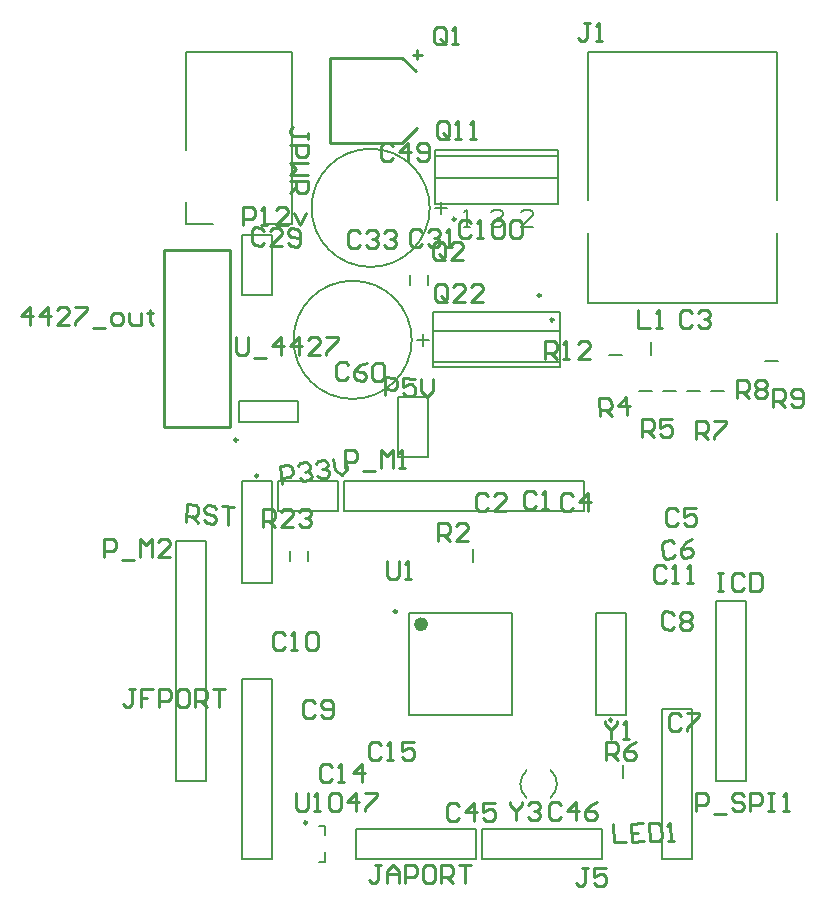
<source format=gto>
%FSLAX23Y23*%
%MOIN*%
G70*
G01*
G75*
%ADD10R,0.118X0.276*%
%ADD11R,0.067X0.043*%
%ADD12R,0.039X0.051*%
%ADD13R,0.055X0.043*%
%ADD14O,0.061X0.010*%
%ADD15O,0.010X0.061*%
%ADD16R,0.043X0.055*%
%ADD17R,0.051X0.039*%
%ADD18R,0.413X0.331*%
%ADD19R,0.041X0.130*%
%ADD20R,0.041X0.150*%
%ADD21R,0.421X0.331*%
%ADD22R,0.059X0.024*%
%ADD23O,0.024X0.087*%
%ADD24C,0.020*%
%ADD25C,0.010*%
%ADD26C,0.012*%
%ADD27R,0.059X0.059*%
%ADD28C,0.059*%
%ADD29C,0.150*%
%ADD30R,0.150X0.150*%
%ADD31R,0.059X0.059*%
%ADD32C,0.051*%
%ADD33C,0.073*%
%ADD34R,0.073X0.073*%
%ADD35C,0.059*%
%ADD36O,0.079X0.157*%
%ADD37O,0.157X0.079*%
%ADD38O,0.177X0.079*%
%ADD39C,0.064*%
%ADD40C,0.130*%
%ADD41C,0.088*%
%ADD42C,0.060*%
%ADD43C,0.071*%
%ADD44R,0.071X0.071*%
%ADD45C,0.067*%
%ADD46R,0.067X0.067*%
%ADD47C,0.050*%
%ADD48C,0.008*%
%ADD49C,0.010*%
%ADD50C,0.024*%
%ADD51C,0.006*%
D25*
X2070Y2590D02*
Y3180D01*
X2290Y2590D02*
Y3180D01*
X2070Y2590D02*
X2290D01*
X2070Y3180D02*
X2290D01*
X2725Y3535D02*
X2795D01*
X2865D02*
X2915Y3585D01*
X2795Y3535D02*
X2865D01*
X2900Y3830D02*
X2930D01*
X2915Y3815D02*
Y3845D01*
X2625Y3820D02*
X2865D01*
X2910Y3775D01*
X2625Y3535D02*
X2725D01*
X2625D02*
Y3820D01*
X2336Y3263D02*
Y3323D01*
X2366D01*
X2376Y3313D01*
Y3293D01*
X2366Y3283D01*
X2336D01*
X2396Y3263D02*
X2416D01*
X2406D01*
Y3323D01*
X2396Y3313D01*
X2486Y3263D02*
X2446D01*
X2486Y3303D01*
Y3313D01*
X2476Y3323D01*
X2456D01*
X2446Y3313D01*
X2506Y3303D02*
X2526Y3263D01*
X2546Y3303D01*
X2931Y3241D02*
X2921Y3251D01*
X2901D01*
X2891Y3241D01*
Y3201D01*
X2901Y3191D01*
X2921D01*
X2931Y3201D01*
X2951Y3241D02*
X2961Y3251D01*
X2981D01*
X2991Y3241D01*
Y3231D01*
X2981Y3221D01*
X2971D01*
X2981D01*
X2991Y3211D01*
Y3201D01*
X2981Y3191D01*
X2961D01*
X2951Y3201D01*
X3011Y3191D02*
X3031D01*
X3021D01*
Y3251D01*
X3011Y3241D01*
X3845Y1310D02*
Y1370D01*
X3875D01*
X3885Y1360D01*
Y1340D01*
X3875Y1330D01*
X3845D01*
X3905Y1300D02*
X3945D01*
X4005Y1360D02*
X3995Y1370D01*
X3975D01*
X3965Y1360D01*
Y1350D01*
X3975Y1340D01*
X3995D01*
X4005Y1330D01*
Y1320D01*
X3995Y1310D01*
X3975D01*
X3965Y1320D01*
X4025Y1310D02*
Y1370D01*
X4055D01*
X4065Y1360D01*
Y1340D01*
X4055Y1330D01*
X4025D01*
X4085Y1370D02*
X4105D01*
X4095D01*
Y1310D01*
X4085D01*
X4105D01*
X4135D02*
X4155D01*
X4145D01*
Y1370D01*
X4135Y1360D01*
X3546Y1479D02*
Y1539D01*
X3576D01*
X3586Y1529D01*
Y1509D01*
X3576Y1499D01*
X3546D01*
X3566D02*
X3586Y1479D01*
X3645Y1539D02*
X3626Y1529D01*
X3606Y1509D01*
Y1489D01*
X3616Y1479D01*
X3636D01*
X3645Y1489D01*
Y1499D01*
X3636Y1509D01*
X3606D01*
X3569Y1265D02*
X3570Y1205D01*
X3610Y1206D01*
X3669Y1268D02*
X3629Y1267D01*
X3630Y1207D01*
X3670Y1208D01*
X3630Y1237D02*
X3650Y1237D01*
X3689Y1268D02*
X3690Y1209D01*
X3720Y1209D01*
X3730Y1220D01*
X3729Y1260D01*
X3719Y1269D01*
X3689Y1268D01*
X3750Y1210D02*
X3770Y1211D01*
X3760Y1211D01*
X3759Y1271D01*
X3749Y1260D01*
X2816Y2144D02*
Y2094D01*
X2826Y2084D01*
X2846D01*
X2856Y2094D01*
Y2144D01*
X2876Y2084D02*
X2896D01*
X2886D01*
Y2144D01*
X2876Y2134D01*
X3312Y2367D02*
X3302Y2377D01*
X3282D01*
X3272Y2367D01*
Y2327D01*
X3282Y2317D01*
X3302D01*
X3312Y2327D01*
X3332Y2317D02*
X3352D01*
X3342D01*
Y2377D01*
X3332Y2367D01*
X3150Y2360D02*
X3140Y2370D01*
X3120D01*
X3110Y2360D01*
Y2320D01*
X3120Y2310D01*
X3140D01*
X3150Y2320D01*
X3210Y2310D02*
X3170D01*
X3210Y2350D01*
Y2360D01*
X3200Y2370D01*
X3180D01*
X3170Y2360D01*
X3830Y2970D02*
X3820Y2980D01*
X3800D01*
X3790Y2970D01*
Y2930D01*
X3800Y2920D01*
X3820D01*
X3830Y2930D01*
X3850Y2970D02*
X3860Y2980D01*
X3880D01*
X3890Y2970D01*
Y2960D01*
X3880Y2950D01*
X3870D01*
X3880D01*
X3890Y2940D01*
Y2930D01*
X3880Y2920D01*
X3860D01*
X3850Y2930D01*
X3435Y2360D02*
X3425Y2370D01*
X3405D01*
X3395Y2360D01*
Y2320D01*
X3405Y2310D01*
X3425D01*
X3435Y2320D01*
X3485Y2310D02*
Y2370D01*
X3455Y2340D01*
X3495D01*
X3785Y2310D02*
X3775Y2320D01*
X3755D01*
X3745Y2310D01*
Y2270D01*
X3755Y2260D01*
X3775D01*
X3785Y2270D01*
X3845Y2320D02*
X3805D01*
Y2290D01*
X3825Y2300D01*
X3835D01*
X3845Y2290D01*
Y2270D01*
X3835Y2260D01*
X3815D01*
X3805Y2270D01*
X3772Y2202D02*
X3761Y2212D01*
X3741Y2210D01*
X3732Y2200D01*
X3734Y2160D01*
X3745Y2151D01*
X3765Y2152D01*
X3774Y2162D01*
X3831Y2216D02*
X3812Y2205D01*
X3793Y2184D01*
X3794Y2164D01*
X3805Y2154D01*
X3825Y2156D01*
X3834Y2166D01*
X3834Y2176D01*
X3823Y2186D01*
X3793Y2184D01*
X3795Y1625D02*
X3785Y1635D01*
X3765D01*
X3755Y1625D01*
Y1585D01*
X3765Y1575D01*
X3785D01*
X3795Y1585D01*
X3815Y1635D02*
X3855D01*
Y1625D01*
X3815Y1585D01*
Y1575D01*
X3771Y1964D02*
X3762Y1974D01*
X3742Y1975D01*
X3731Y1965D01*
X3730Y1925D01*
X3740Y1915D01*
X3760Y1914D01*
X3770Y1924D01*
X3791Y1963D02*
X3801Y1973D01*
X3821Y1973D01*
X3831Y1962D01*
X3831Y1952D01*
X3821Y1943D01*
X3830Y1932D01*
X3830Y1922D01*
X3820Y1913D01*
X3800Y1913D01*
X3790Y1923D01*
X3790Y1933D01*
X3801Y1943D01*
X3791Y1953D01*
X3791Y1963D01*
X3801Y1943D02*
X3821Y1943D01*
X2575Y1670D02*
X2565Y1680D01*
X2545D01*
X2535Y1670D01*
Y1630D01*
X2545Y1620D01*
X2565D01*
X2575Y1630D01*
X2595D02*
X2605Y1620D01*
X2625D01*
X2635Y1630D01*
Y1670D01*
X2625Y1680D01*
X2605D01*
X2595Y1670D01*
Y1660D01*
X2605Y1650D01*
X2635D01*
X2475Y1895D02*
X2465Y1905D01*
X2445D01*
X2435Y1895D01*
Y1855D01*
X2445Y1845D01*
X2465D01*
X2475Y1855D01*
X2495Y1845D02*
X2515D01*
X2505D01*
Y1905D01*
X2495Y1895D01*
X2545D02*
X2555Y1905D01*
X2575D01*
X2585Y1895D01*
Y1855D01*
X2575Y1845D01*
X2555D01*
X2545Y1855D01*
Y1895D01*
X3745Y2120D02*
X3735Y2130D01*
X3715D01*
X3705Y2120D01*
Y2080D01*
X3715Y2070D01*
X3735D01*
X3745Y2080D01*
X3765Y2070D02*
X3785D01*
X3775D01*
Y2130D01*
X3765Y2120D01*
X3815Y2070D02*
X3835D01*
X3825D01*
Y2130D01*
X3815Y2120D01*
X2630Y1455D02*
X2620Y1465D01*
X2600D01*
X2590Y1455D01*
Y1415D01*
X2600Y1405D01*
X2620D01*
X2630Y1415D01*
X2650Y1405D02*
X2670D01*
X2660D01*
Y1465D01*
X2650Y1455D01*
X2730Y1405D02*
Y1465D01*
X2700Y1435D01*
X2740D01*
X2795Y1530D02*
X2785Y1540D01*
X2765D01*
X2755Y1530D01*
Y1490D01*
X2765Y1480D01*
X2785D01*
X2795Y1490D01*
X2815Y1480D02*
X2835D01*
X2825D01*
Y1540D01*
X2815Y1530D01*
X2905Y1540D02*
X2865D01*
Y1510D01*
X2885Y1520D01*
X2895D01*
X2905Y1510D01*
Y1490D01*
X2895Y1480D01*
X2875D01*
X2865Y1490D01*
X2406Y3244D02*
X2396Y3254D01*
X2376Y3255D01*
X2366Y3245D01*
X2365Y3205D01*
X2375Y3195D01*
X2395Y3194D01*
X2405Y3204D01*
X2465Y3193D02*
X2425Y3194D01*
X2466Y3232D01*
X2466Y3242D01*
X2456Y3253D01*
X2436Y3253D01*
X2426Y3243D01*
X2485Y3202D02*
X2495Y3192D01*
X2515Y3191D01*
X2525Y3201D01*
X2526Y3241D01*
X2516Y3251D01*
X2496Y3252D01*
X2486Y3242D01*
X2486Y3232D01*
X2496Y3222D01*
X2526Y3221D01*
X2724Y3236D02*
X2714Y3246D01*
X2694Y3246D01*
X2684Y3236D01*
X2684Y3196D01*
X2694Y3186D01*
X2714Y3186D01*
X2724Y3196D01*
X2744Y3236D02*
X2754Y3246D01*
X2774Y3246D01*
X2784Y3236D01*
X2784Y3226D01*
X2774Y3216D01*
X2764Y3216D01*
X2774Y3216D01*
X2784Y3206D01*
X2784Y3196D01*
X2774Y3186D01*
X2754Y3186D01*
X2744Y3196D01*
X2804Y3235D02*
X2814Y3245D01*
X2834Y3245D01*
X2844Y3235D01*
X2844Y3225D01*
X2834Y3215D01*
X2824Y3215D01*
X2834Y3215D01*
X2844Y3205D01*
X2844Y3195D01*
X2834Y3185D01*
X2814Y3185D01*
X2804Y3195D01*
X3917Y2103D02*
X3936D01*
X3926D01*
Y2043D01*
X3917D01*
X3936D01*
X4006Y2093D02*
X3996Y2103D01*
X3976D01*
X3966Y2093D01*
Y2053D01*
X3976Y2043D01*
X3996D01*
X4006Y2053D01*
X4026Y2103D02*
Y2043D01*
X4056D01*
X4066Y2053D01*
Y2093D01*
X4056Y2103D01*
X4026D01*
X3492Y3935D02*
X3472D01*
X3482D01*
Y3885D01*
X3472Y3875D01*
X3462D01*
X3452Y3885D01*
X3512Y3875D02*
X3532D01*
X3522D01*
Y3935D01*
X3512Y3925D01*
X3650Y2980D02*
Y2920D01*
X3690D01*
X3710D02*
X3730D01*
X3720D01*
Y2980D01*
X3710Y2970D01*
X2985Y2210D02*
Y2270D01*
X3015D01*
X3025Y2260D01*
Y2240D01*
X3015Y2230D01*
X2985D01*
X3005D02*
X3025Y2210D01*
X3085D02*
X3045D01*
X3085Y2250D01*
Y2260D01*
X3075Y2270D01*
X3055D01*
X3045Y2260D01*
X3525Y2625D02*
X3521Y2685D01*
X3551Y2687D01*
X3562Y2677D01*
X3563Y2657D01*
X3554Y2647D01*
X3524Y2645D01*
X3544Y2646D02*
X3565Y2627D01*
X3615Y2630D02*
X3611Y2690D01*
X3583Y2658D01*
X3623Y2661D01*
X3665Y2555D02*
Y2615D01*
X3695D01*
X3705Y2605D01*
Y2585D01*
X3695Y2575D01*
X3665D01*
X3685D02*
X3705Y2555D01*
X3765Y2615D02*
X3725D01*
Y2585D01*
X3745Y2595D01*
X3755D01*
X3765Y2585D01*
Y2565D01*
X3755Y2555D01*
X3735D01*
X3725Y2565D01*
X3845Y2550D02*
Y2610D01*
X3875D01*
X3885Y2600D01*
Y2580D01*
X3875Y2570D01*
X3845D01*
X3865D02*
X3885Y2550D01*
X3905Y2610D02*
X3945D01*
Y2600D01*
X3905Y2560D01*
Y2550D01*
X3980Y2685D02*
Y2745D01*
X4010D01*
X4020Y2735D01*
Y2715D01*
X4010Y2705D01*
X3980D01*
X4000D02*
X4020Y2685D01*
X4040Y2735D02*
X4050Y2745D01*
X4070D01*
X4080Y2735D01*
Y2725D01*
X4070Y2715D01*
X4080Y2705D01*
Y2695D01*
X4070Y2685D01*
X4050D01*
X4040Y2695D01*
Y2705D01*
X4050Y2715D01*
X4040Y2725D01*
Y2735D01*
X4050Y2715D02*
X4070D01*
X4100Y2655D02*
Y2715D01*
X4130D01*
X4140Y2705D01*
Y2685D01*
X4130Y2675D01*
X4100D01*
X4120D02*
X4140Y2655D01*
X4160Y2665D02*
X4170Y2655D01*
X4190D01*
X4200Y2665D01*
Y2705D01*
X4190Y2715D01*
X4170D01*
X4160Y2705D01*
Y2695D01*
X4170Y2685D01*
X4200D01*
X3340Y2815D02*
Y2875D01*
X3370D01*
X3380Y2865D01*
Y2845D01*
X3370Y2835D01*
X3340D01*
X3360D02*
X3380Y2815D01*
X3400D02*
X3420D01*
X3410D01*
Y2875D01*
X3400Y2865D01*
X3490Y2815D02*
X3450D01*
X3490Y2855D01*
Y2865D01*
X3480Y2875D01*
X3460D01*
X3450Y2865D01*
X2400Y2255D02*
Y2315D01*
X2430D01*
X2440Y2305D01*
Y2285D01*
X2430Y2275D01*
X2400D01*
X2420D02*
X2440Y2255D01*
X2500D02*
X2460D01*
X2500Y2295D01*
Y2305D01*
X2490Y2315D01*
X2470D01*
X2460Y2305D01*
X2520D02*
X2530Y2315D01*
X2550D01*
X2560Y2305D01*
Y2295D01*
X2550Y2285D01*
X2540D01*
X2550D01*
X2560Y2275D01*
Y2265D01*
X2550Y2255D01*
X2530D01*
X2520Y2265D01*
X3540Y1610D02*
Y1600D01*
X3560Y1580D01*
X3580Y1600D01*
Y1610D01*
X3560Y1580D02*
Y1550D01*
X3600D02*
X3620D01*
X3610D01*
Y1610D01*
X3600Y1600D01*
X3055Y1325D02*
X3045Y1335D01*
X3025D01*
X3015Y1325D01*
Y1285D01*
X3025Y1275D01*
X3045D01*
X3055Y1285D01*
X3105Y1275D02*
Y1335D01*
X3075Y1305D01*
X3115D01*
X3175Y1335D02*
X3135D01*
Y1305D01*
X3155Y1315D01*
X3165D01*
X3175Y1305D01*
Y1285D01*
X3165Y1275D01*
X3145D01*
X3135Y1285D01*
X3395Y1330D02*
X3385Y1340D01*
X3365D01*
X3355Y1330D01*
Y1290D01*
X3365Y1280D01*
X3385D01*
X3395Y1290D01*
X3445Y1280D02*
Y1340D01*
X3415Y1310D01*
X3455D01*
X3515Y1340D02*
X3495Y1330D01*
X3475Y1310D01*
Y1290D01*
X3485Y1280D01*
X3505D01*
X3515Y1290D01*
Y1300D01*
X3505Y1310D01*
X3475D01*
X3225Y1340D02*
Y1330D01*
X3245Y1310D01*
X3265Y1330D01*
Y1340D01*
X3245Y1310D02*
Y1280D01*
X3285Y1330D02*
X3295Y1340D01*
X3315D01*
X3325Y1330D01*
Y1320D01*
X3315Y1310D01*
X3305D01*
X3315D01*
X3325Y1300D01*
Y1290D01*
X3315Y1280D01*
X3295D01*
X3285Y1290D01*
X2676Y2454D02*
Y2514D01*
X2706D01*
X2716Y2504D01*
Y2484D01*
X2706Y2474D01*
X2676D01*
X2736Y2444D02*
X2776D01*
X2796Y2454D02*
Y2514D01*
X2816Y2494D01*
X2836Y2514D01*
Y2454D01*
X2856D02*
X2876D01*
X2866D01*
Y2514D01*
X2856Y2504D01*
X1870Y2155D02*
Y2215D01*
X1900D01*
X1910Y2205D01*
Y2185D01*
X1900Y2175D01*
X1870D01*
X1930Y2145D02*
X1970D01*
X1990Y2155D02*
Y2215D01*
X2010Y2195D01*
X2030Y2215D01*
Y2155D01*
X2090D02*
X2050D01*
X2090Y2195D01*
Y2205D01*
X2080Y2215D01*
X2060D01*
X2050Y2205D01*
X3485Y1120D02*
X3465D01*
X3475D01*
Y1070D01*
X3465Y1060D01*
X3455D01*
X3445Y1070D01*
X3545Y1120D02*
X3505D01*
Y1090D01*
X3525Y1100D01*
X3535D01*
X3545Y1090D01*
Y1070D01*
X3535Y1060D01*
X3515D01*
X3505Y1070D01*
X2550Y3550D02*
Y3570D01*
Y3560D01*
X2500D01*
X2490Y3570D01*
Y3580D01*
X2500Y3590D01*
X2490Y3530D02*
X2550D01*
Y3500D01*
X2540Y3490D01*
X2520D01*
X2510Y3500D01*
Y3530D01*
X2550Y3470D02*
X2490D01*
X2510Y3450D01*
X2490Y3430D01*
X2550D01*
X2490Y3410D02*
X2550D01*
Y3380D01*
X2540Y3370D01*
X2520D01*
X2510Y3380D01*
Y3410D01*
Y3390D02*
X2490Y3370D01*
X2686Y2796D02*
X2677Y2806D01*
X2657Y2807D01*
X2646Y2797D01*
X2645Y2757D01*
X2655Y2747D01*
X2675Y2746D01*
X2685Y2756D01*
X2747Y2804D02*
X2726Y2795D01*
X2706Y2775D01*
X2705Y2755D01*
X2715Y2745D01*
X2735Y2744D01*
X2745Y2754D01*
X2746Y2764D01*
X2736Y2774D01*
X2706Y2775D01*
X2766Y2793D02*
X2777Y2803D01*
X2797Y2802D01*
X2806Y2792D01*
X2805Y2752D01*
X2795Y2743D01*
X2775Y2743D01*
X2765Y2753D01*
X2766Y2793D01*
X3093Y3269D02*
X3083Y3279D01*
X3063D01*
X3053Y3269D01*
Y3229D01*
X3063Y3219D01*
X3083D01*
X3093Y3229D01*
X3113Y3219D02*
X3133D01*
X3123D01*
Y3279D01*
X3113Y3269D01*
X3163D02*
X3173Y3279D01*
X3193D01*
X3203Y3269D01*
Y3229D01*
X3193Y3219D01*
X3173D01*
X3163Y3229D01*
Y3269D01*
X3223D02*
X3233Y3279D01*
X3253D01*
X3263Y3269D01*
Y3229D01*
X3253Y3219D01*
X3233D01*
X3223Y3229D01*
Y3269D01*
X2143Y2273D02*
X2147Y2333D01*
X2177Y2331D01*
X2186Y2320D01*
X2185Y2300D01*
X2174Y2291D01*
X2144Y2293D01*
X2164Y2292D02*
X2183Y2271D01*
X2246Y2317D02*
X2237Y2327D01*
X2217Y2328D01*
X2206Y2319D01*
X2205Y2309D01*
X2215Y2299D01*
X2235Y2297D01*
X2244Y2287D01*
X2243Y2277D01*
X2233Y2267D01*
X2213Y2269D01*
X2203Y2279D01*
X2266Y2325D02*
X2306Y2323D01*
X2286Y2324D01*
X2283Y2264D01*
X2795Y1130D02*
X2775D01*
X2785D01*
Y1080D01*
X2775Y1070D01*
X2765D01*
X2755Y1080D01*
X2815Y1070D02*
Y1110D01*
X2835Y1130D01*
X2855Y1110D01*
Y1070D01*
Y1100D01*
X2815D01*
X2875Y1070D02*
Y1130D01*
X2905D01*
X2915Y1120D01*
Y1100D01*
X2905Y1090D01*
X2875D01*
X2965Y1130D02*
X2945D01*
X2935Y1120D01*
Y1080D01*
X2945Y1070D01*
X2965D01*
X2975Y1080D01*
Y1120D01*
X2965Y1130D01*
X2995Y1070D02*
Y1130D01*
X3025D01*
X3035Y1120D01*
Y1100D01*
X3025Y1090D01*
X2995D01*
X3015D02*
X3035Y1070D01*
X3055Y1130D02*
X3095D01*
X3075D01*
Y1070D01*
X1975Y1715D02*
X1955D01*
X1965D01*
Y1665D01*
X1955Y1655D01*
X1945D01*
X1935Y1665D01*
X2035Y1715D02*
X1995D01*
Y1685D01*
X2015D01*
X1995D01*
Y1655D01*
X2055D02*
Y1715D01*
X2085D01*
X2095Y1705D01*
Y1685D01*
X2085Y1675D01*
X2055D01*
X2145Y1715D02*
X2125D01*
X2115Y1705D01*
Y1665D01*
X2125Y1655D01*
X2145D01*
X2155Y1665D01*
Y1705D01*
X2145Y1715D01*
X2175Y1655D02*
Y1715D01*
X2205D01*
X2215Y1705D01*
Y1685D01*
X2205Y1675D01*
X2175D01*
X2195D02*
X2215Y1655D01*
X2235Y1715D02*
X2275D01*
X2255D01*
Y1655D01*
X2835Y3525D02*
X2825Y3535D01*
X2805D01*
X2795Y3525D01*
Y3485D01*
X2805Y3475D01*
X2825D01*
X2835Y3485D01*
X2885Y3475D02*
Y3535D01*
X2855Y3505D01*
X2895D01*
X2915Y3485D02*
X2925Y3475D01*
X2945D01*
X2955Y3485D01*
Y3525D01*
X2945Y3535D01*
X2925D01*
X2915Y3525D01*
Y3515D01*
X2925Y3505D01*
X2955D01*
X2807Y2695D02*
X2809Y2755D01*
X2839Y2754D01*
X2849Y2744D01*
X2848Y2724D01*
X2838Y2714D01*
X2808Y2715D01*
X2909Y2751D02*
X2869Y2753D01*
X2868Y2723D01*
X2888Y2732D01*
X2898Y2732D01*
X2908Y2721D01*
X2907Y2701D01*
X2897Y2692D01*
X2877Y2692D01*
X2867Y2703D01*
X2929Y2751D02*
X2928Y2711D01*
X2947Y2690D01*
X2968Y2709D01*
X2969Y2749D01*
X2465Y2400D02*
X2457Y2459D01*
X2486Y2464D01*
X2498Y2455D01*
X2500Y2435D01*
X2492Y2424D01*
X2462Y2420D01*
X2517Y2458D02*
X2526Y2469D01*
X2546Y2472D01*
X2557Y2463D01*
X2558Y2453D01*
X2550Y2442D01*
X2540Y2441D01*
X2550Y2442D01*
X2561Y2434D01*
X2563Y2424D01*
X2554Y2412D01*
X2534Y2410D01*
X2523Y2418D01*
X2577Y2466D02*
X2585Y2477D01*
X2605Y2480D01*
X2616Y2472D01*
X2618Y2462D01*
X2609Y2450D01*
X2599Y2449D01*
X2609Y2450D01*
X2621Y2442D01*
X2622Y2432D01*
X2614Y2421D01*
X2594Y2418D01*
X2582Y2427D01*
X2635Y2484D02*
X2640Y2445D01*
X2663Y2428D01*
X2680Y2450D01*
X2675Y2490D01*
X3011Y3874D02*
Y3914D01*
X3001Y3924D01*
X2981D01*
X2971Y3914D01*
Y3874D01*
X2981Y3865D01*
X3001D01*
X2991Y3884D02*
X3011Y3865D01*
X3001D02*
X3011Y3874D01*
X3031Y3865D02*
X3051D01*
X3041D01*
Y3924D01*
X3031Y3914D01*
X3008Y3155D02*
Y3195D01*
X2998Y3205D01*
X2978D01*
X2968Y3195D01*
Y3155D01*
X2978Y3145D01*
X2998D01*
X2988Y3165D02*
X3008Y3145D01*
X2998D02*
X3008Y3155D01*
X3068Y3145D02*
X3028D01*
X3068Y3185D01*
Y3195D01*
X3058Y3205D01*
X3038D01*
X3028Y3195D01*
X1625Y2930D02*
Y2990D01*
X1595Y2960D01*
X1635D01*
X1685Y2930D02*
Y2990D01*
X1655Y2960D01*
X1695D01*
X1755Y2930D02*
X1715D01*
X1755Y2970D01*
Y2980D01*
X1745Y2990D01*
X1725D01*
X1715Y2980D01*
X1775Y2990D02*
X1815D01*
Y2980D01*
X1775Y2940D01*
Y2930D01*
X1835Y2920D02*
X1875D01*
X1905Y2930D02*
X1925D01*
X1935Y2940D01*
Y2960D01*
X1925Y2970D01*
X1905D01*
X1895Y2960D01*
Y2940D01*
X1905Y2930D01*
X1955Y2970D02*
Y2940D01*
X1965Y2930D01*
X1995D01*
Y2970D01*
X2025Y2980D02*
Y2970D01*
X2015D01*
X2035D01*
X2025D01*
Y2940D01*
X2035Y2930D01*
X2511Y1371D02*
Y1321D01*
X2521Y1311D01*
X2541D01*
X2551Y1321D01*
Y1371D01*
X2571Y1311D02*
X2591D01*
X2581D01*
Y1371D01*
X2571Y1361D01*
X2621D02*
X2631Y1371D01*
X2651D01*
X2661Y1361D01*
Y1321D01*
X2651Y1311D01*
X2631D01*
X2621Y1321D01*
Y1361D01*
X2711Y1311D02*
Y1371D01*
X2681Y1341D01*
X2721D01*
X2741Y1371D02*
X2781D01*
Y1361D01*
X2741Y1321D01*
Y1311D01*
X2312Y2889D02*
Y2839D01*
X2321Y2829D01*
X2341D01*
X2351Y2839D01*
Y2889D01*
X2371Y2820D02*
X2411D01*
X2461Y2829D02*
Y2889D01*
X2431Y2859D01*
X2471D01*
X2521Y2829D02*
Y2889D01*
X2491Y2859D01*
X2531D01*
X2591Y2829D02*
X2551D01*
X2591Y2869D01*
Y2879D01*
X2581Y2889D01*
X2561D01*
X2551Y2879D01*
X2611Y2889D02*
X2651D01*
Y2879D01*
X2611Y2839D01*
Y2829D01*
X3021Y3558D02*
Y3598D01*
X3011Y3608D01*
X2991D01*
X2981Y3598D01*
Y3558D01*
X2991Y3548D01*
X3011D01*
X3001Y3568D02*
X3021Y3548D01*
X3011D02*
X3021Y3558D01*
X3041Y3548D02*
X3061D01*
X3051D01*
Y3608D01*
X3041Y3598D01*
X3091Y3548D02*
X3111D01*
X3101D01*
Y3608D01*
X3091Y3598D01*
X3015Y3017D02*
Y3057D01*
X3005Y3067D01*
X2985D01*
X2975Y3057D01*
Y3017D01*
X2985Y3007D01*
X3005D01*
X2995Y3027D02*
X3015Y3007D01*
X3005D02*
X3015Y3017D01*
X3075Y3007D02*
X3035D01*
X3075Y3047D01*
Y3057D01*
X3065Y3067D01*
X3045D01*
X3035Y3057D01*
X3135Y3007D02*
X3095D01*
X3135Y3047D01*
Y3057D01*
X3125Y3067D01*
X3105D01*
X3095Y3057D01*
D48*
X3360Y1354D02*
G03*
X3360Y1446I-40J46D01*
G01*
X3280Y1445D02*
G03*
X3280Y1353I40J-46D01*
G01*
X2957Y3320D02*
G03*
X2957Y3320I-197J0D01*
G01*
X2897Y2880D02*
G03*
X2897Y2880I-197J0D01*
G01*
X2330Y3230D02*
X2430D01*
Y3030D02*
Y3230D01*
X2330Y3030D02*
X2430D01*
X2330D02*
Y3230D01*
X3730Y1150D02*
X3830D01*
X3730D02*
Y1650D01*
X3830Y1150D02*
Y1650D01*
X3730D02*
X3830D01*
X2950Y2490D02*
Y2690D01*
X2850D02*
X2950D01*
X2850Y2490D02*
Y2690D01*
Y2490D02*
X2950D01*
X2450Y2310D02*
X2650D01*
Y2410D01*
X2450D02*
X2650D01*
X2450Y2310D02*
Y2410D01*
X2110Y1410D02*
Y2210D01*
Y1410D02*
X2210D01*
Y2210D01*
X2110D02*
X2210D01*
X2430Y1150D02*
Y1750D01*
X2330Y1150D02*
Y1750D01*
Y1150D02*
X2430D01*
X2330Y1750D02*
X2430D01*
X2950Y3064D02*
Y3096D01*
X2890Y3064D02*
Y3096D01*
X2710Y1150D02*
Y1250D01*
X3110D01*
X2710Y1150D02*
X3110D01*
Y1250D01*
X2330Y2409D02*
X2430D01*
X2330Y2071D02*
Y2409D01*
Y2071D02*
X2430D01*
Y2409D01*
X2407Y3265D02*
X2497D01*
Y3840D01*
X2143D02*
X2497D01*
X2143Y3265D02*
X2233D01*
X2143D02*
Y3340D01*
Y3513D02*
Y3840D01*
X3130Y1150D02*
Y1250D01*
X3530D01*
X3130Y1150D02*
X3530D01*
Y1250D01*
X2670Y2410D02*
X3470D01*
X2670Y2310D02*
Y2410D01*
Y2310D02*
X3470D01*
Y2410D01*
X3510Y1631D02*
X3610D01*
Y1969D01*
X3510D02*
X3610D01*
X3510Y1631D02*
Y1969D01*
X2490Y2144D02*
Y2176D01*
X2550Y2144D02*
Y2176D01*
X3695Y2828D02*
Y2872D01*
X3485Y3841D02*
X4115D01*
X3485Y3003D02*
Y3236D01*
Y3003D02*
X4115D01*
Y3236D01*
X3485Y3345D02*
Y3841D01*
X4115Y3345D02*
Y3841D01*
X4010Y1410D02*
Y2010D01*
X3910Y1410D02*
Y2010D01*
Y1410D02*
X4010D01*
X3910Y2010D02*
X4010D01*
X2889Y1629D02*
Y1971D01*
X3231Y1629D02*
Y1971D01*
X2889D02*
X3231D01*
X2889Y1629D02*
X3231D01*
X3600Y1418D02*
Y1462D01*
X3100Y2138D02*
Y2182D01*
X3653Y2710D02*
X3697D01*
X3733D02*
X3777D01*
X3813D02*
X3857D01*
X3893D02*
X3937D01*
X4073Y2810D02*
X4117D01*
X3553Y2830D02*
X3597D01*
X3385Y3418D02*
Y3477D01*
X2975Y3418D02*
X3385D01*
X2975D02*
Y3477D01*
X3391Y2804D02*
Y2910D01*
X2969D02*
X3391D01*
X2969Y2804D02*
Y2910D01*
X2608Y1141D02*
Y1172D01*
X2588Y1141D02*
X2608D01*
Y1228D02*
Y1259D01*
X2588D02*
X2608D01*
X2518Y2605D02*
Y2675D01*
X2322Y2605D02*
Y2675D01*
X2518D01*
X2322Y2605D02*
X2518D01*
X3385Y3333D02*
Y3514D01*
X2975Y3333D02*
Y3514D01*
Y3333D02*
X3385D01*
X2975Y3514D02*
X3385D01*
X2975Y3494D02*
X3385D01*
X2969Y2788D02*
X3391D01*
X2969Y2973D02*
X3391D01*
Y2788D02*
Y2973D01*
X2969Y2788D02*
Y2973D01*
X2969Y2807D02*
X3391D01*
D49*
X2385Y2427D02*
G03*
X2385Y2427I-5J0D01*
G01*
X3565Y1613D02*
G03*
X3565Y1613I-5J0D01*
G01*
X2847Y1974D02*
G03*
X2847Y1974I-5J0D01*
G01*
X3043Y3282D02*
G03*
X3043Y3282I-5J0D01*
G01*
X3327Y3028D02*
G03*
X3327Y3028I-5J0D01*
G01*
X2548Y1271D02*
G03*
X2548Y1271I-5J0D01*
G01*
X2316Y2546D02*
G03*
X2316Y2546I-5J0D01*
G01*
X3370Y2947D02*
G03*
X3370Y2947I-5J0D01*
G01*
D50*
X2940Y1932D02*
G03*
X2940Y1932I-12J0D01*
G01*
D51*
X3015Y3320D02*
X2975D01*
X2995Y3300D02*
Y3340D01*
X2955Y2880D02*
X2915D01*
X2935Y2860D02*
Y2900D01*
X3160Y3305D02*
X3170Y3314D01*
X3190D01*
X3200Y3305D01*
Y3295D01*
X3190Y3285D01*
X3180D01*
X3190D01*
X3200Y3275D01*
Y3265D01*
X3190Y3255D01*
X3170D01*
X3160Y3265D01*
X3300Y3255D02*
X3260D01*
X3300Y3295D01*
Y3305D01*
X3290Y3314D01*
X3270D01*
X3260Y3305D01*
X3070Y3255D02*
X3090D01*
X3080D01*
Y3314D01*
X3070Y3305D01*
M02*

</source>
